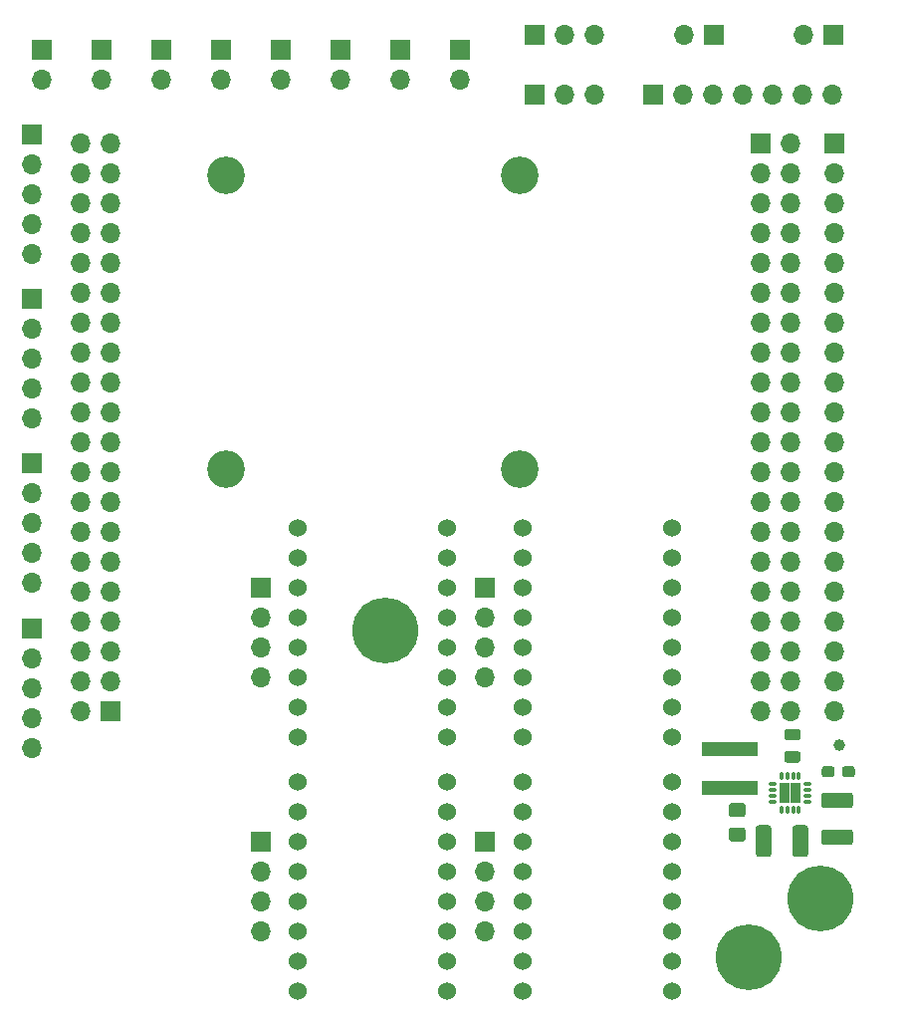
<source format=gbr>
G04 #@! TF.GenerationSoftware,KiCad,Pcbnew,5.1.9-73d0e3b20d~88~ubuntu20.04.1*
G04 #@! TF.CreationDate,2021-03-18T21:34:13+01:00*
G04 #@! TF.ProjectId,de10-shield,64653130-2d73-4686-9965-6c642e6b6963,rev?*
G04 #@! TF.SameCoordinates,Original*
G04 #@! TF.FileFunction,Soldermask,Top*
G04 #@! TF.FilePolarity,Negative*
%FSLAX46Y46*%
G04 Gerber Fmt 4.6, Leading zero omitted, Abs format (unit mm)*
G04 Created by KiCad (PCBNEW 5.1.9-73d0e3b20d~88~ubuntu20.04.1) date 2021-03-18 21:34:13*
%MOMM*%
%LPD*%
G01*
G04 APERTURE LIST*
%ADD10O,1.700000X1.700000*%
%ADD11R,1.700000X1.700000*%
%ADD12C,3.200000*%
%ADD13R,4.700000X1.180000*%
%ADD14C,1.000000*%
%ADD15O,0.750000X0.300000*%
%ADD16O,0.300000X0.750000*%
%ADD17R,0.900000X0.900000*%
%ADD18C,1.524000*%
%ADD19C,5.600000*%
G04 APERTURE END LIST*
D10*
X152540000Y-107050000D03*
X150000000Y-107050000D03*
X152540000Y-104510000D03*
X150000000Y-104510000D03*
X152540000Y-101970000D03*
X150000000Y-101970000D03*
X152540000Y-99430000D03*
X150000000Y-99430000D03*
X152540000Y-96890000D03*
X150000000Y-96890000D03*
X152540000Y-94350000D03*
X150000000Y-94350000D03*
X152540000Y-91810000D03*
X150000000Y-91810000D03*
X152540000Y-89270000D03*
X150000000Y-89270000D03*
X152540000Y-86730000D03*
X150000000Y-86730000D03*
X152540000Y-84190000D03*
X150000000Y-84190000D03*
X152540000Y-81650000D03*
X150000000Y-81650000D03*
X152540000Y-79110000D03*
X150000000Y-79110000D03*
X152540000Y-76570000D03*
X150000000Y-76570000D03*
X152540000Y-74030000D03*
X150000000Y-74030000D03*
X152540000Y-71490000D03*
X150000000Y-71490000D03*
X152540000Y-68950000D03*
X150000000Y-68950000D03*
X152540000Y-66410000D03*
X150000000Y-66410000D03*
X152540000Y-63870000D03*
X150000000Y-63870000D03*
X152540000Y-61330000D03*
X150000000Y-61330000D03*
X152540000Y-58790000D03*
D11*
X150000000Y-58790000D03*
X94700000Y-107050000D03*
D10*
X92160000Y-107050000D03*
X94700000Y-104510000D03*
X92160000Y-104510000D03*
X94700000Y-101970000D03*
X92160000Y-101970000D03*
X94700000Y-99430000D03*
X92160000Y-99430000D03*
X94700000Y-96890000D03*
X92160000Y-96890000D03*
X94700000Y-94350000D03*
X92160000Y-94350000D03*
X94700000Y-91810000D03*
X92160000Y-91810000D03*
X94700000Y-89270000D03*
X92160000Y-89270000D03*
X94700000Y-86730000D03*
X92160000Y-86730000D03*
X94700000Y-84190000D03*
X92160000Y-84190000D03*
X94700000Y-81650000D03*
X92160000Y-81650000D03*
X94700000Y-79110000D03*
X92160000Y-79110000D03*
X94700000Y-76570000D03*
X92160000Y-76570000D03*
X94700000Y-74030000D03*
X92160000Y-74030000D03*
X94700000Y-71490000D03*
X92160000Y-71490000D03*
X94700000Y-68950000D03*
X92160000Y-68950000D03*
X94700000Y-66410000D03*
X92160000Y-66410000D03*
X94700000Y-63870000D03*
X92160000Y-63870000D03*
X94700000Y-61330000D03*
X92160000Y-61330000D03*
X94700000Y-58790000D03*
X92160000Y-58790000D03*
D12*
X104500000Y-61500000D03*
X104500000Y-86500000D03*
X129500000Y-61500000D03*
X129500000Y-86500000D03*
G36*
G01*
X152243750Y-108575000D02*
X153156250Y-108575000D01*
G75*
G02*
X153400000Y-108818750I0J-243750D01*
G01*
X153400000Y-109306250D01*
G75*
G02*
X153156250Y-109550000I-243750J0D01*
G01*
X152243750Y-109550000D01*
G75*
G02*
X152000000Y-109306250I0J243750D01*
G01*
X152000000Y-108818750D01*
G75*
G02*
X152243750Y-108575000I243750J0D01*
G01*
G37*
G36*
G01*
X152243750Y-110450000D02*
X153156250Y-110450000D01*
G75*
G02*
X153400000Y-110693750I0J-243750D01*
G01*
X153400000Y-111181250D01*
G75*
G02*
X153156250Y-111425000I-243750J0D01*
G01*
X152243750Y-111425000D01*
G75*
G02*
X152000000Y-111181250I0J243750D01*
G01*
X152000000Y-110693750D01*
G75*
G02*
X152243750Y-110450000I243750J0D01*
G01*
G37*
D13*
X147400000Y-110245000D03*
X147400000Y-113555000D03*
D14*
X156700000Y-109900000D03*
D11*
X107500000Y-96520000D03*
D10*
X107500000Y-99060000D03*
X107500000Y-101600000D03*
X107500000Y-104140000D03*
X107500000Y-125730000D03*
X107500000Y-123190000D03*
X107500000Y-120650000D03*
D11*
X107500000Y-118110000D03*
X126500000Y-96520000D03*
D10*
X126500000Y-99060000D03*
X126500000Y-101600000D03*
X126500000Y-104140000D03*
X126500000Y-125730000D03*
X126500000Y-123190000D03*
X126500000Y-120650000D03*
D11*
X126500000Y-118110000D03*
D10*
X88900000Y-53340000D03*
D11*
X88900000Y-50800000D03*
X93980000Y-50800000D03*
D10*
X93980000Y-53340000D03*
X99060000Y-53340000D03*
D11*
X99060000Y-50800000D03*
X104140000Y-50800000D03*
D10*
X104140000Y-53340000D03*
D11*
X109220000Y-50800000D03*
D10*
X109220000Y-53340000D03*
X114300000Y-53340000D03*
D11*
X114300000Y-50800000D03*
X119380000Y-50800000D03*
D10*
X119380000Y-53340000D03*
X124460000Y-53340000D03*
D11*
X124460000Y-50800000D03*
X156250000Y-58800000D03*
D10*
X156250000Y-61340000D03*
X156250000Y-63880000D03*
X156250000Y-66420000D03*
X156250000Y-68960000D03*
X156250000Y-71500000D03*
X156250000Y-74040000D03*
X156250000Y-76580000D03*
X156250000Y-79120000D03*
X156250000Y-81660000D03*
X156250000Y-84200000D03*
X156250000Y-86740000D03*
X156250000Y-89280000D03*
X156250000Y-91820000D03*
X156250000Y-94360000D03*
X156250000Y-96900000D03*
X156250000Y-99440000D03*
X156250000Y-101980000D03*
X156250000Y-104520000D03*
X156250000Y-107060000D03*
D11*
X140890000Y-54610000D03*
D10*
X143430000Y-54610000D03*
X145970000Y-54610000D03*
X148510000Y-54610000D03*
X151050000Y-54610000D03*
X153590000Y-54610000D03*
X156130000Y-54610000D03*
X135890000Y-49530000D03*
X133350000Y-49530000D03*
D11*
X130810000Y-49530000D03*
X130810000Y-54610000D03*
D10*
X133350000Y-54610000D03*
X135890000Y-54610000D03*
D15*
X153975000Y-114750000D03*
X153975000Y-114250000D03*
X153975000Y-113750000D03*
X153975000Y-113250000D03*
D16*
X153250000Y-112525000D03*
X152750000Y-112525000D03*
X152250000Y-112525000D03*
X151750000Y-112525000D03*
D15*
X151025000Y-113250000D03*
X151025000Y-113750000D03*
X151025000Y-114250000D03*
X151025000Y-114750000D03*
D16*
X151750000Y-115475000D03*
X152250000Y-115475000D03*
X152750000Y-115475000D03*
X153250000Y-115475000D03*
D17*
X152050000Y-113550000D03*
X152050000Y-114450000D03*
X152950000Y-113550000D03*
X152950000Y-114450000D03*
D18*
X110650000Y-91440000D03*
X110650000Y-93980000D03*
X110650000Y-96520000D03*
X110650000Y-99060000D03*
X110650000Y-101600000D03*
X110650000Y-104140000D03*
X110650000Y-106680000D03*
X110650000Y-109220000D03*
X123350000Y-109220000D03*
X123350000Y-106680000D03*
X123350000Y-104140000D03*
X123350000Y-101600000D03*
X123350000Y-99060000D03*
X123350000Y-96520000D03*
X123350000Y-93980000D03*
X123350000Y-91440000D03*
X110650000Y-113030000D03*
X110650000Y-115570000D03*
X110650000Y-118110000D03*
X110650000Y-120650000D03*
X110650000Y-123190000D03*
X110650000Y-125730000D03*
X110650000Y-128270000D03*
X110650000Y-130810000D03*
X123350000Y-130810000D03*
X123350000Y-128270000D03*
X123350000Y-125730000D03*
X123350000Y-123190000D03*
X123350000Y-120650000D03*
X123350000Y-118110000D03*
X123350000Y-115570000D03*
X123350000Y-113030000D03*
X142450000Y-91440000D03*
X142450000Y-93980000D03*
X142450000Y-96520000D03*
X142450000Y-99060000D03*
X142450000Y-101600000D03*
X142450000Y-104140000D03*
X142450000Y-106680000D03*
X142450000Y-109220000D03*
X129750000Y-109220000D03*
X129750000Y-106680000D03*
X129750000Y-104140000D03*
X129750000Y-101600000D03*
X129750000Y-99060000D03*
X129750000Y-96520000D03*
X129750000Y-93980000D03*
X129750000Y-91440000D03*
X142450000Y-113030000D03*
X142450000Y-115570000D03*
X142450000Y-118110000D03*
X142450000Y-120650000D03*
X142450000Y-123190000D03*
X142450000Y-125730000D03*
X142450000Y-128270000D03*
X142450000Y-130810000D03*
X129750000Y-130810000D03*
X129750000Y-128270000D03*
X129750000Y-125730000D03*
X129750000Y-123190000D03*
X129750000Y-120650000D03*
X129750000Y-118110000D03*
X129750000Y-115570000D03*
X129750000Y-113030000D03*
D19*
X149000000Y-128000000D03*
X155100000Y-123000000D03*
D10*
X143510000Y-49530000D03*
D11*
X146050000Y-49530000D03*
X156210000Y-49530000D03*
D10*
X153670000Y-49530000D03*
D11*
X88000000Y-58000000D03*
D10*
X88000000Y-60540000D03*
X88000000Y-63080000D03*
X88000000Y-65620000D03*
X88000000Y-68160000D03*
D11*
X88000000Y-72000000D03*
D10*
X88000000Y-74540000D03*
X88000000Y-77080000D03*
X88000000Y-79620000D03*
X88000000Y-82160000D03*
X88000000Y-96160000D03*
X88000000Y-93620000D03*
X88000000Y-91080000D03*
X88000000Y-88540000D03*
D11*
X88000000Y-86000000D03*
D10*
X88000000Y-110160000D03*
X88000000Y-107620000D03*
X88000000Y-105080000D03*
X88000000Y-102540000D03*
D11*
X88000000Y-100000000D03*
G36*
G01*
X157600001Y-118425000D02*
X155399999Y-118425000D01*
G75*
G02*
X155150000Y-118175001I0J249999D01*
G01*
X155150000Y-117349999D01*
G75*
G02*
X155399999Y-117100000I249999J0D01*
G01*
X157600001Y-117100000D01*
G75*
G02*
X157850000Y-117349999I0J-249999D01*
G01*
X157850000Y-118175001D01*
G75*
G02*
X157600001Y-118425000I-249999J0D01*
G01*
G37*
G36*
G01*
X157600001Y-115300000D02*
X155399999Y-115300000D01*
G75*
G02*
X155150000Y-115050001I0J249999D01*
G01*
X155150000Y-114224999D01*
G75*
G02*
X155399999Y-113975000I249999J0D01*
G01*
X157600001Y-113975000D01*
G75*
G02*
X157850000Y-114224999I0J-249999D01*
G01*
X157850000Y-115050001D01*
G75*
G02*
X157600001Y-115300000I-249999J0D01*
G01*
G37*
G36*
G01*
X150900000Y-116999999D02*
X150900000Y-119200001D01*
G75*
G02*
X150650001Y-119450000I-249999J0D01*
G01*
X149824999Y-119450000D01*
G75*
G02*
X149575000Y-119200001I0J249999D01*
G01*
X149575000Y-116999999D01*
G75*
G02*
X149824999Y-116750000I249999J0D01*
G01*
X150650001Y-116750000D01*
G75*
G02*
X150900000Y-116999999I0J-249999D01*
G01*
G37*
G36*
G01*
X154025000Y-116999999D02*
X154025000Y-119200001D01*
G75*
G02*
X153775001Y-119450000I-249999J0D01*
G01*
X152949999Y-119450000D01*
G75*
G02*
X152700000Y-119200001I0J249999D01*
G01*
X152700000Y-116999999D01*
G75*
G02*
X152949999Y-116750000I249999J0D01*
G01*
X153775001Y-116750000D01*
G75*
G02*
X154025000Y-116999999I0J-249999D01*
G01*
G37*
G36*
G01*
X148475000Y-118125000D02*
X147525000Y-118125000D01*
G75*
G02*
X147275000Y-117875000I0J250000D01*
G01*
X147275000Y-117200000D01*
G75*
G02*
X147525000Y-116950000I250000J0D01*
G01*
X148475000Y-116950000D01*
G75*
G02*
X148725000Y-117200000I0J-250000D01*
G01*
X148725000Y-117875000D01*
G75*
G02*
X148475000Y-118125000I-250000J0D01*
G01*
G37*
G36*
G01*
X148475000Y-116050000D02*
X147525000Y-116050000D01*
G75*
G02*
X147275000Y-115800000I0J250000D01*
G01*
X147275000Y-115125000D01*
G75*
G02*
X147525000Y-114875000I250000J0D01*
G01*
X148475000Y-114875000D01*
G75*
G02*
X148725000Y-115125000I0J-250000D01*
G01*
X148725000Y-115800000D01*
G75*
G02*
X148475000Y-116050000I-250000J0D01*
G01*
G37*
D19*
X118100000Y-100200000D03*
G36*
G01*
X155200000Y-112437500D02*
X155200000Y-111962500D01*
G75*
G02*
X155437500Y-111725000I237500J0D01*
G01*
X156037500Y-111725000D01*
G75*
G02*
X156275000Y-111962500I0J-237500D01*
G01*
X156275000Y-112437500D01*
G75*
G02*
X156037500Y-112675000I-237500J0D01*
G01*
X155437500Y-112675000D01*
G75*
G02*
X155200000Y-112437500I0J237500D01*
G01*
G37*
G36*
G01*
X156925000Y-112437500D02*
X156925000Y-111962500D01*
G75*
G02*
X157162500Y-111725000I237500J0D01*
G01*
X157762500Y-111725000D01*
G75*
G02*
X158000000Y-111962500I0J-237500D01*
G01*
X158000000Y-112437500D01*
G75*
G02*
X157762500Y-112675000I-237500J0D01*
G01*
X157162500Y-112675000D01*
G75*
G02*
X156925000Y-112437500I0J237500D01*
G01*
G37*
M02*

</source>
